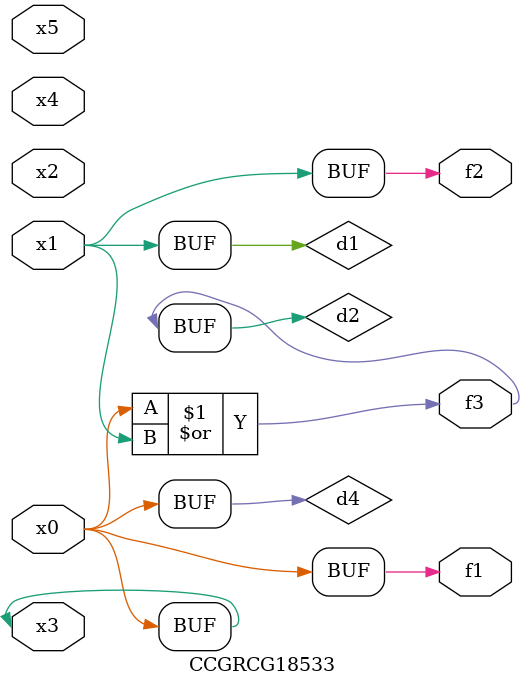
<source format=v>
module CCGRCG18533(
	input x0, x1, x2, x3, x4, x5,
	output f1, f2, f3
);

	wire d1, d2, d3, d4;

	and (d1, x1);
	or (d2, x0, x1);
	nand (d3, x0, x5);
	buf (d4, x0, x3);
	assign f1 = d4;
	assign f2 = d1;
	assign f3 = d2;
endmodule

</source>
